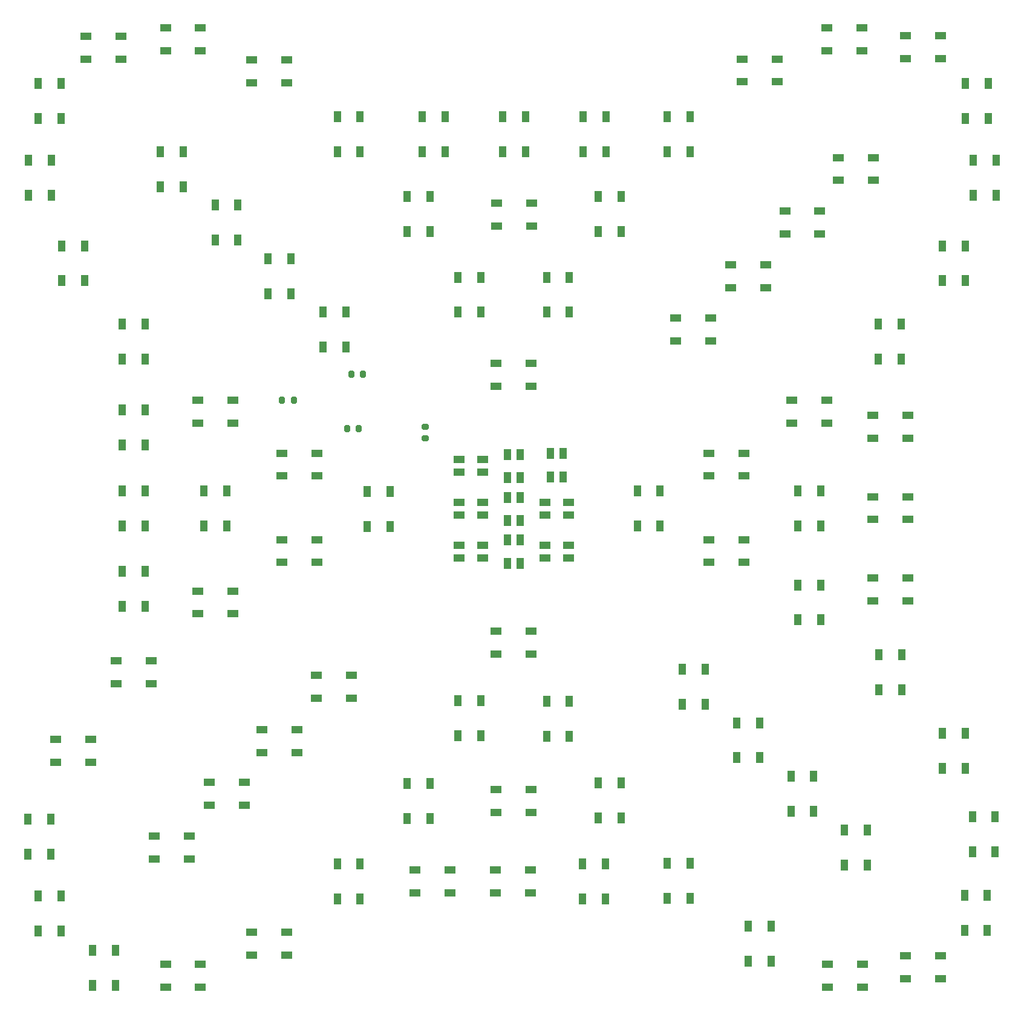
<source format=gbr>
%TF.GenerationSoftware,KiCad,Pcbnew,(6.0.4)*%
%TF.CreationDate,2022-04-26T19:16:40+02:00*%
%TF.ProjectId,FieldBoard,4669656c-6442-46f6-9172-642e6b696361,rev?*%
%TF.SameCoordinates,Original*%
%TF.FileFunction,Paste,Top*%
%TF.FilePolarity,Positive*%
%FSLAX46Y46*%
G04 Gerber Fmt 4.6, Leading zero omitted, Abs format (unit mm)*
G04 Created by KiCad (PCBNEW (6.0.4)) date 2022-04-26 19:16:40*
%MOMM*%
%LPD*%
G01*
G04 APERTURE LIST*
G04 Aperture macros list*
%AMRoundRect*
0 Rectangle with rounded corners*
0 $1 Rounding radius*
0 $2 $3 $4 $5 $6 $7 $8 $9 X,Y pos of 4 corners*
0 Add a 4 corners polygon primitive as box body*
4,1,4,$2,$3,$4,$5,$6,$7,$8,$9,$2,$3,0*
0 Add four circle primitives for the rounded corners*
1,1,$1+$1,$2,$3*
1,1,$1+$1,$4,$5*
1,1,$1+$1,$6,$7*
1,1,$1+$1,$8,$9*
0 Add four rect primitives between the rounded corners*
20,1,$1+$1,$2,$3,$4,$5,0*
20,1,$1+$1,$4,$5,$6,$7,0*
20,1,$1+$1,$6,$7,$8,$9,0*
20,1,$1+$1,$8,$9,$2,$3,0*%
G04 Aperture macros list end*
%ADD10R,1.500000X1.000000*%
%ADD11R,1.500000X1.100000*%
%ADD12R,1.000000X1.500000*%
%ADD13RoundRect,0.200000X0.200000X0.275000X-0.200000X0.275000X-0.200000X-0.275000X0.200000X-0.275000X0*%
%ADD14RoundRect,0.200000X-0.275000X0.200000X-0.275000X-0.200000X0.275000X-0.200000X0.275000X0.200000X0*%
%ADD15R,1.100000X1.500000*%
G04 APERTURE END LIST*
D10*
%TO.C,POS32*%
X129949989Y-140199996D03*
X129949989Y-143399996D03*
X134849989Y-143399996D03*
X134849989Y-140199996D03*
%TD*%
%TO.C,POS26*%
X198949988Y-79699996D03*
X198949988Y-76499996D03*
X194049988Y-76499996D03*
X194049988Y-79699996D03*
%TD*%
D11*
%TO.C,LED1*%
X139439992Y-84490000D03*
X139439992Y-82710000D03*
X136159992Y-82710000D03*
X136159992Y-84490000D03*
%TD*%
D12*
%TO.C,POS20*%
X92199997Y-75749996D03*
X88999997Y-75749996D03*
X88999997Y-80649996D03*
X92199997Y-80649996D03*
%TD*%
%TO.C,POS46*%
X158800000Y-45850000D03*
X155600000Y-45850000D03*
X155600000Y-50750000D03*
X158800000Y-50750000D03*
%TD*%
D10*
%TO.C,POS70*%
X141350000Y-106700000D03*
X141350000Y-109900000D03*
X146250000Y-109900000D03*
X146250000Y-106700000D03*
%TD*%
D12*
%TO.C,FIN2*%
X112600000Y-54550000D03*
X109400000Y-54550000D03*
X109400000Y-59450000D03*
X112600000Y-59450000D03*
%TD*%
D10*
%TO.C,POS55*%
X182750000Y-74400000D03*
X182750000Y-77600000D03*
X187650000Y-77600000D03*
X187650000Y-74400000D03*
%TD*%
D12*
%TO.C,POS19*%
X92199997Y-87100011D03*
X88999997Y-87100011D03*
X88999997Y-92000011D03*
X92199997Y-92000011D03*
%TD*%
%TO.C,POS63*%
X206900000Y-148650000D03*
X210100000Y-148650000D03*
X210100000Y-143750000D03*
X206900000Y-143750000D03*
%TD*%
D13*
%TO.C,R2*%
X113025000Y-74400000D03*
X111375000Y-74400000D03*
%TD*%
D12*
%TO.C,POS76*%
X88053033Y-151417677D03*
X84853033Y-151417677D03*
X84853033Y-156317677D03*
X88053033Y-156317677D03*
%TD*%
%TO.C,POS17*%
X100399999Y-91949999D03*
X103599999Y-91949999D03*
X103599999Y-87049999D03*
X100399999Y-87049999D03*
%TD*%
D10*
%TO.C,POS56*%
X171150000Y-81800000D03*
X171150000Y-85000000D03*
X176050000Y-85000000D03*
X176050000Y-81800000D03*
%TD*%
D12*
%TO.C,POS54*%
X194800000Y-68650000D03*
X198000000Y-68650000D03*
X198000000Y-63750000D03*
X194800000Y-63750000D03*
%TD*%
%TO.C,POS52*%
X208100000Y-45650000D03*
X211300000Y-45650000D03*
X211300000Y-40750000D03*
X208100000Y-40750000D03*
%TD*%
D14*
%TO.C,R3*%
X131400000Y-78075000D03*
X131400000Y-79725000D03*
%TD*%
D10*
%TO.C,POS31*%
X141246969Y-140199996D03*
X141246969Y-143399996D03*
X146146969Y-143399996D03*
X146146969Y-140199996D03*
%TD*%
D12*
%TO.C,POS18*%
X92199997Y-98350000D03*
X88999997Y-98350000D03*
X88999997Y-103250000D03*
X92199997Y-103250000D03*
%TD*%
D10*
%TO.C,POS50*%
X203550000Y-26567677D03*
X203550000Y-23367677D03*
X198650000Y-23367677D03*
X198650000Y-26567677D03*
%TD*%
D15*
%TO.C,LED9*%
X142909992Y-91248838D03*
X144689992Y-91248838D03*
X144689992Y-87968838D03*
X142909992Y-87968838D03*
%TD*%
D10*
%TO.C,POS40*%
X112050000Y-29900000D03*
X112050000Y-26700000D03*
X107150000Y-26700000D03*
X107150000Y-29900000D03*
%TD*%
D12*
%TO.C,POS53*%
X203800000Y-57650000D03*
X207000000Y-57650000D03*
X207000000Y-52750000D03*
X203800000Y-52750000D03*
%TD*%
D11*
%TO.C,LED7*%
X136159992Y-94718851D03*
X136159992Y-96498851D03*
X139439992Y-96498851D03*
X139439992Y-94718851D03*
%TD*%
D12*
%TO.C,POS24*%
X156699995Y-34650000D03*
X153499995Y-34650000D03*
X153499995Y-39550000D03*
X156699995Y-39550000D03*
%TD*%
D10*
%TO.C,POS80*%
X88150000Y-114100000D03*
X88150000Y-110900000D03*
X93050000Y-110900000D03*
X93050000Y-114100000D03*
%TD*%
D12*
%TO.C,POS47*%
X168500000Y-34650000D03*
X165300000Y-34650000D03*
X165300000Y-39550000D03*
X168500000Y-39550000D03*
%TD*%
%TO.C,POS30*%
X153399995Y-144249996D03*
X156599995Y-144249996D03*
X156599995Y-139349996D03*
X153399995Y-139349996D03*
%TD*%
D10*
%TO.C,FIN8*%
X189250000Y-43600000D03*
X189250000Y-40400000D03*
X194150000Y-40400000D03*
X194150000Y-43600000D03*
%TD*%
D12*
%TO.C,FIN12*%
X190100000Y-139450000D03*
X193300000Y-139450000D03*
X193300000Y-134550000D03*
X190100000Y-134550000D03*
%TD*%
D10*
%TO.C,FIN16*%
X93450000Y-135400000D03*
X93450000Y-138600000D03*
X98350000Y-138600000D03*
X98350000Y-135400000D03*
%TD*%
D12*
%TO.C,FIN11*%
X182600000Y-131950000D03*
X185800000Y-131950000D03*
X185800000Y-127050000D03*
X182600000Y-127050000D03*
%TD*%
D10*
%TO.C,POS27*%
X194049988Y-87896976D03*
X194049988Y-91096976D03*
X198949988Y-91096976D03*
X198949988Y-87896976D03*
%TD*%
D12*
%TO.C,POS77*%
X80400000Y-143817677D03*
X77200000Y-143817677D03*
X77200000Y-148717677D03*
X80400000Y-148717677D03*
%TD*%
D10*
%TO.C,FIN7*%
X181750000Y-51100000D03*
X181750000Y-47900000D03*
X186650000Y-47900000D03*
X186650000Y-51100000D03*
%TD*%
D12*
%TO.C,POS23*%
X142250004Y-39550000D03*
X145450004Y-39550000D03*
X145450004Y-34650000D03*
X142250004Y-34650000D03*
%TD*%
%TO.C,POS45*%
X151600000Y-57150000D03*
X148400000Y-57150000D03*
X148400000Y-62050000D03*
X151600000Y-62050000D03*
%TD*%
D10*
%TO.C,FIN5*%
X166500000Y-66100000D03*
X166500000Y-62900000D03*
X171400000Y-62900000D03*
X171400000Y-66100000D03*
%TD*%
D12*
%TO.C,POS72*%
X128900000Y-132950000D03*
X132100000Y-132950000D03*
X132100000Y-128050000D03*
X128900000Y-128050000D03*
%TD*%
%TO.C,POS61*%
X203799996Y-125950000D03*
X206999996Y-125950000D03*
X206999996Y-121050000D03*
X203799996Y-121050000D03*
%TD*%
D10*
%TO.C,POS29*%
X141349992Y-128882315D03*
X141349992Y-132082315D03*
X146249992Y-132082315D03*
X146249992Y-128882315D03*
%TD*%
D11*
%TO.C,LED8*%
X139439992Y-90448851D03*
X139439992Y-88668851D03*
X136159992Y-88668851D03*
X136159992Y-90448851D03*
%TD*%
D10*
%TO.C,FIN14*%
X108550000Y-120500000D03*
X108550000Y-123700000D03*
X113450000Y-123700000D03*
X113450000Y-120500000D03*
%TD*%
%TO.C,POS48*%
X180650000Y-29800000D03*
X180650000Y-26600000D03*
X175750000Y-26600000D03*
X175750000Y-29800000D03*
%TD*%
D12*
%TO.C,POS41*%
X119100000Y-39550000D03*
X122300000Y-39550000D03*
X122300000Y-34650000D03*
X119100000Y-34650000D03*
%TD*%
%TO.C,FIN3*%
X105200000Y-47050000D03*
X102000000Y-47050000D03*
X102000000Y-51950000D03*
X105200000Y-51950000D03*
%TD*%
D10*
%TO.C,POS33*%
X99549999Y-74400000D03*
X99549999Y-77600000D03*
X104449999Y-77600000D03*
X104449999Y-74400000D03*
%TD*%
D15*
%TO.C,LED3*%
X148909992Y-85131172D03*
X150689992Y-85131172D03*
X150689992Y-81851172D03*
X148909992Y-81851172D03*
%TD*%
D12*
%TO.C,POS69*%
X151600000Y-116550000D03*
X148400000Y-116550000D03*
X148400000Y-121450000D03*
X151600000Y-121450000D03*
%TD*%
D10*
%TO.C,POS84*%
X111350000Y-81800000D03*
X111350000Y-85000000D03*
X116250000Y-85000000D03*
X116250000Y-81800000D03*
%TD*%
%TO.C,POS79*%
X84550000Y-125100000D03*
X84550000Y-121900000D03*
X79650000Y-121900000D03*
X79650000Y-125100000D03*
%TD*%
D12*
%TO.C,POS78*%
X79000000Y-133050000D03*
X75800000Y-133050000D03*
X75800000Y-137950000D03*
X79000000Y-137950000D03*
%TD*%
D10*
%TO.C,POS64*%
X198632322Y-152200000D03*
X198632322Y-155400000D03*
X203532322Y-155400000D03*
X203532322Y-152200000D03*
%TD*%
D12*
%TO.C,POS43*%
X136000000Y-62050000D03*
X139200000Y-62050000D03*
X139200000Y-57150000D03*
X136000000Y-57150000D03*
%TD*%
D10*
%TO.C,POS21*%
X141400004Y-46800005D03*
X141400004Y-50000005D03*
X146300004Y-50000005D03*
X146300004Y-46800005D03*
%TD*%
%TO.C,POS39*%
X99950000Y-25400000D03*
X99950000Y-22200000D03*
X95050000Y-22200000D03*
X95050000Y-25400000D03*
%TD*%
D12*
%TO.C,FIN1*%
X120300000Y-62050000D03*
X117100000Y-62050000D03*
X117100000Y-66950000D03*
X120300000Y-66950000D03*
%TD*%
%TO.C,FIN4*%
X97500000Y-39550000D03*
X94300000Y-39550000D03*
X94300000Y-44450000D03*
X97500000Y-44450000D03*
%TD*%
%TO.C,POS62*%
X208000000Y-137650000D03*
X211200000Y-137650000D03*
X211200000Y-132750000D03*
X208000000Y-132750000D03*
%TD*%
%TO.C,POS73*%
X119100000Y-144250000D03*
X122300000Y-144250000D03*
X122300000Y-139350000D03*
X119100000Y-139350000D03*
%TD*%
D10*
%TO.C,POS58*%
X176050000Y-97100000D03*
X176050000Y-93900000D03*
X171150000Y-93900000D03*
X171150000Y-97100000D03*
%TD*%
D12*
%TO.C,POS71*%
X136000000Y-116450000D03*
X139200000Y-116450000D03*
X139200000Y-121350000D03*
X136000000Y-121350000D03*
%TD*%
%TO.C,POS42*%
X128900000Y-50750000D03*
X132100000Y-50750000D03*
X132100000Y-45850000D03*
X128900000Y-45850000D03*
%TD*%
%TO.C,POS66*%
X179800000Y-148050000D03*
X176600000Y-148050000D03*
X176600000Y-152950000D03*
X179800000Y-152950000D03*
%TD*%
%TO.C,POS83*%
X126500000Y-87150000D03*
X123300000Y-87150000D03*
X123300000Y-92050000D03*
X126500000Y-92050000D03*
%TD*%
%TO.C,POS35*%
X83700000Y-52750000D03*
X80500000Y-52750000D03*
X80500000Y-57650000D03*
X83700000Y-57650000D03*
%TD*%
%TO.C,POS68*%
X158800000Y-127950000D03*
X155600000Y-127950000D03*
X155600000Y-132850000D03*
X158800000Y-132850000D03*
%TD*%
%TO.C,POS51*%
X207000000Y-34914644D03*
X210200000Y-34914644D03*
X210200000Y-30014644D03*
X207000000Y-30014644D03*
%TD*%
%TO.C,FIN10*%
X175000000Y-124450000D03*
X178200000Y-124450000D03*
X178200000Y-119550000D03*
X175000000Y-119550000D03*
%TD*%
D10*
%TO.C,POS38*%
X88850000Y-26600000D03*
X88850000Y-23400000D03*
X83950000Y-23400000D03*
X83950000Y-26600000D03*
%TD*%
D12*
%TO.C,POS34*%
X92200000Y-63750000D03*
X89000000Y-63750000D03*
X89000000Y-68650000D03*
X92200000Y-68650000D03*
%TD*%
%TO.C,POS60*%
X194899988Y-114950000D03*
X198099988Y-114950000D03*
X198099988Y-110050000D03*
X194899988Y-110050000D03*
%TD*%
D10*
%TO.C,POS81*%
X104450000Y-104300000D03*
X104450000Y-101100000D03*
X99550000Y-101100000D03*
X99550000Y-104300000D03*
%TD*%
%TO.C,POS65*%
X187750000Y-153400000D03*
X187750000Y-156600000D03*
X192650000Y-156600000D03*
X192650000Y-153400000D03*
%TD*%
D13*
%TO.C,R4*%
X122125000Y-78400000D03*
X120475000Y-78400000D03*
%TD*%
D15*
%TO.C,LED6*%
X144689992Y-93968839D03*
X142909992Y-93968839D03*
X142909992Y-97248839D03*
X144689992Y-97248839D03*
%TD*%
D12*
%TO.C,POS36*%
X79100000Y-40750000D03*
X75900000Y-40750000D03*
X75900000Y-45650000D03*
X79100000Y-45650000D03*
%TD*%
D10*
%TO.C,FIN15*%
X101150000Y-127900000D03*
X101150000Y-131100000D03*
X106050000Y-131100000D03*
X106050000Y-127900000D03*
%TD*%
D12*
%TO.C,POS25*%
X183582332Y-91949999D03*
X186782332Y-91949999D03*
X186782332Y-87049999D03*
X183582332Y-87049999D03*
%TD*%
%TO.C,POS37*%
X80400000Y-30050000D03*
X77200000Y-30050000D03*
X77200000Y-34950000D03*
X80400000Y-34950000D03*
%TD*%
D10*
%TO.C,POS75*%
X95050000Y-153400000D03*
X95050000Y-156600000D03*
X99950000Y-156600000D03*
X99950000Y-153400000D03*
%TD*%
%TO.C,POS44*%
X146250000Y-72400000D03*
X146250000Y-69200000D03*
X141350000Y-69200000D03*
X141350000Y-72400000D03*
%TD*%
%TO.C,FIN13*%
X121050000Y-112900000D03*
X121050000Y-116100000D03*
X116150000Y-116100000D03*
X116150000Y-112900000D03*
%TD*%
D12*
%TO.C,POS59*%
X183550000Y-105150000D03*
X186750000Y-105150000D03*
X186750000Y-100250000D03*
X183550000Y-100250000D03*
%TD*%
%TO.C,POS57*%
X161100000Y-91950000D03*
X164300000Y-91950000D03*
X164300000Y-87050000D03*
X161100000Y-87050000D03*
%TD*%
D10*
%TO.C,POS28*%
X194049988Y-99300001D03*
X194049988Y-102500001D03*
X198949988Y-102500001D03*
X198949988Y-99300001D03*
%TD*%
D13*
%TO.C,R1*%
X122725000Y-70700000D03*
X121075000Y-70700000D03*
%TD*%
D10*
%TO.C,POS82*%
X116250000Y-97100000D03*
X116250000Y-93900000D03*
X111350000Y-93900000D03*
X111350000Y-97100000D03*
%TD*%
%TO.C,FIN6*%
X179050000Y-58600000D03*
X179050000Y-55400000D03*
X174150000Y-55400000D03*
X174150000Y-58600000D03*
%TD*%
D11*
%TO.C,LED5*%
X148159992Y-94718851D03*
X148159992Y-96498851D03*
X151439992Y-96498851D03*
X151439992Y-94718851D03*
%TD*%
D12*
%TO.C,FIN9*%
X167400000Y-116950000D03*
X170600000Y-116950000D03*
X170600000Y-112050000D03*
X167400000Y-112050000D03*
%TD*%
D15*
%TO.C,LED2*%
X142909992Y-85248850D03*
X144689992Y-85248850D03*
X144689992Y-81968850D03*
X142909992Y-81968850D03*
%TD*%
D12*
%TO.C,POS67*%
X168500000Y-144150000D03*
X165300000Y-144150000D03*
X165300000Y-139250000D03*
X168500000Y-139250000D03*
%TD*%
%TO.C,POS22*%
X134199989Y-34650000D03*
X130999989Y-34650000D03*
X130999989Y-39550000D03*
X134199989Y-39550000D03*
%TD*%
D10*
%TO.C,POS74*%
X107150000Y-148900000D03*
X107150000Y-152100000D03*
X112050000Y-152100000D03*
X112050000Y-148900000D03*
%TD*%
D11*
%TO.C,LED4*%
X148159992Y-88668851D03*
X148159992Y-90448851D03*
X151439992Y-90448851D03*
X151439992Y-88668851D03*
%TD*%
D10*
%TO.C,POS49*%
X192550000Y-25400000D03*
X192550000Y-22200000D03*
X187650000Y-22200000D03*
X187650000Y-25400000D03*
%TD*%
M02*

</source>
